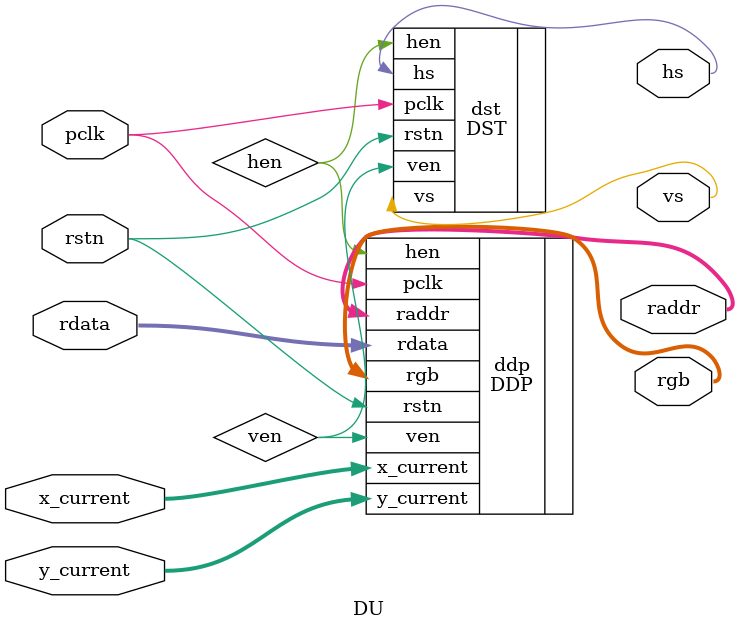
<source format=v>
`timescale 1ns / 1ps


module DU#(
    parameter DW = 15
)(
    input            rstn,
    input            pclk,
    input   [11:0]   rdata,
    input [7:0]      x_current,
    input [7:0]      y_current,
    output  [0:0]    hs,
    output  [0:0]    vs,
    output  [11:0]   rgb,
    output  [DW-1:0] raddr
);
wire hen,ven;

DST dst(
    .rstn(rstn),
    .pclk(pclk),
    .hen(hen),
    .ven(ven),
    .hs(hs),
    .vs(vs)
);
DDP ddp(
    .rstn(rstn),
    .pclk(pclk),
    .rdata(rdata),
    .hen(hen),
    .ven(ven),
    .rgb(rgb),
    .raddr(raddr),
    .x_current(x_current),
    .y_current(y_current)
);
endmodule


</source>
